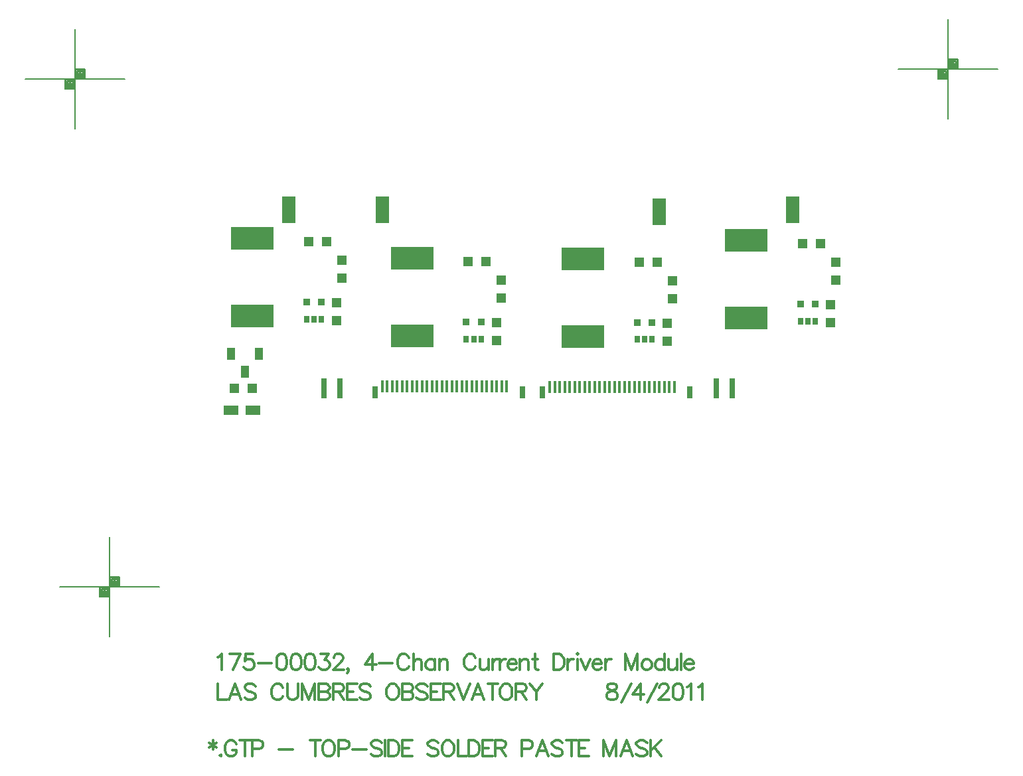
<source format=gtp>
%FSLAX23Y23*%
%MOIN*%
G70*
G01*
G75*
G04 Layer_Color=8421504*
%ADD10R,0.014X0.060*%
%ADD11R,0.030X0.100*%
%ADD12R,0.031X0.060*%
%ADD13R,0.070X0.135*%
%ADD14R,0.050X0.050*%
%ADD15R,0.036X0.036*%
%ADD16R,0.028X0.036*%
%ADD17R,0.078X0.048*%
%ADD18R,0.050X0.050*%
%ADD19R,0.213X0.114*%
%ADD20R,0.039X0.063*%
%ADD21C,0.005*%
%ADD22C,0.010*%
%ADD23C,0.020*%
%ADD24C,0.025*%
%ADD25C,0.050*%
%ADD26C,0.100*%
%ADD27C,0.012*%
%ADD28C,0.008*%
%ADD29C,0.012*%
%ADD30C,0.012*%
%ADD31C,0.020*%
%ADD32C,0.059*%
%ADD33R,0.059X0.059*%
%ADD34C,0.219*%
%ADD35C,0.028*%
%ADD36C,0.024*%
%ADD37C,0.050*%
%ADD38C,0.040*%
%ADD39C,0.075*%
%ADD40C,0.206*%
G04:AMPARAMS|DCode=41|XSize=73mil|YSize=73mil|CornerRadius=0mil|HoleSize=0mil|Usage=FLASHONLY|Rotation=0.000|XOffset=0mil|YOffset=0mil|HoleType=Round|Shape=Relief|Width=10mil|Gap=10mil|Entries=4|*
%AMTHD41*
7,0,0,0.073,0.053,0.010,45*
%
%ADD41THD41*%
G04:AMPARAMS|DCode=42|XSize=70mil|YSize=70mil|CornerRadius=0mil|HoleSize=0mil|Usage=FLASHONLY|Rotation=0.000|XOffset=0mil|YOffset=0mil|HoleType=Round|Shape=Relief|Width=10mil|Gap=10mil|Entries=4|*
%AMTHD42*
7,0,0,0.070,0.050,0.010,45*
%
%ADD42THD42*%
G04:AMPARAMS|DCode=43|XSize=88mil|YSize=88mil|CornerRadius=0mil|HoleSize=0mil|Usage=FLASHONLY|Rotation=0.000|XOffset=0mil|YOffset=0mil|HoleType=Round|Shape=Relief|Width=10mil|Gap=10mil|Entries=4|*
%AMTHD43*
7,0,0,0.088,0.068,0.010,45*
%
%ADD43THD43*%
%ADD44C,0.068*%
%ADD45C,0.053*%
%ADD46O,0.079X0.024*%
%ADD47R,0.063X0.106*%
%ADD48R,0.094X0.130*%
%ADD49R,0.085X0.043*%
%ADD50R,0.085X0.043*%
%ADD51R,0.085X0.138*%
%ADD52R,0.067X0.067*%
%ADD53O,0.028X0.018*%
%ADD54C,0.010*%
%ADD55C,0.006*%
%ADD56C,0.007*%
%ADD57C,0.007*%
%ADD58R,0.320X0.160*%
D10*
X32558Y18603D02*
D03*
X31983D02*
D03*
X32008D02*
D03*
X32033D02*
D03*
X32058D02*
D03*
X32083D02*
D03*
X32108D02*
D03*
X32158D02*
D03*
X32183D02*
D03*
X32208D02*
D03*
X32233D02*
D03*
X32258D02*
D03*
X32283D02*
D03*
X32308D02*
D03*
X32333D02*
D03*
X32358D02*
D03*
X32383D02*
D03*
X32408D02*
D03*
X32433D02*
D03*
X32458D02*
D03*
X32483D02*
D03*
X32508D02*
D03*
X32533D02*
D03*
X32583D02*
D03*
X32608D02*
D03*
X32824Y18602D02*
D03*
X32849D02*
D03*
X32874D02*
D03*
X32899D02*
D03*
X32924D02*
D03*
X32949D02*
D03*
X32974D02*
D03*
X32999D02*
D03*
X33024D02*
D03*
X33049D02*
D03*
X33074D02*
D03*
X33099D02*
D03*
X33124D02*
D03*
X33149D02*
D03*
X33174D02*
D03*
X33199D02*
D03*
X33224D02*
D03*
X33249D02*
D03*
X33274D02*
D03*
X33299D02*
D03*
X33324D02*
D03*
X33349D02*
D03*
X33374D02*
D03*
X33399D02*
D03*
X33424D02*
D03*
X33449D02*
D03*
X32133Y18603D02*
D03*
D11*
X31691Y18593D02*
D03*
X31770D02*
D03*
X33740Y18593D02*
D03*
X33661D02*
D03*
D12*
X33526Y18575D02*
D03*
X32786D02*
D03*
X31946D02*
D03*
X32686D02*
D03*
D13*
X34042Y19491D02*
D03*
X33372Y19481D02*
D03*
X31982Y19491D02*
D03*
X31512D02*
D03*
D14*
X31329Y18593D02*
D03*
X31239D02*
D03*
X31613Y19330D02*
D03*
X31703D02*
D03*
X32414Y19229D02*
D03*
X32504D02*
D03*
X33273Y19228D02*
D03*
X33363D02*
D03*
X34093Y19320D02*
D03*
X34183D02*
D03*
D15*
X34158Y19017D02*
D03*
X34084D02*
D03*
X33338Y18925D02*
D03*
X33264D02*
D03*
X32479Y18926D02*
D03*
X32405D02*
D03*
X31678Y19027D02*
D03*
X31604D02*
D03*
D16*
X34121Y18931D02*
D03*
X34158D02*
D03*
X34084D02*
D03*
X33301Y18839D02*
D03*
X33338D02*
D03*
X33264D02*
D03*
X32442Y18840D02*
D03*
X32479D02*
D03*
X32405D02*
D03*
X31641Y18941D02*
D03*
X31678D02*
D03*
X31604D02*
D03*
D17*
X31224Y18485D02*
D03*
X31334D02*
D03*
D18*
X31780Y19147D02*
D03*
Y19237D02*
D03*
X32581Y19046D02*
D03*
Y19136D02*
D03*
X33440Y19045D02*
D03*
Y19135D02*
D03*
X34260Y19137D02*
D03*
Y19227D02*
D03*
X31755Y19024D02*
D03*
Y18934D02*
D03*
X32556Y18923D02*
D03*
Y18833D02*
D03*
X33415Y18922D02*
D03*
Y18832D02*
D03*
X34235Y19014D02*
D03*
Y18924D02*
D03*
D19*
X31331Y19347D02*
D03*
Y18957D02*
D03*
X32132Y19246D02*
D03*
Y18856D02*
D03*
X32991Y19245D02*
D03*
Y18855D02*
D03*
X33811Y19337D02*
D03*
Y18947D02*
D03*
D20*
X31224Y18766D02*
D03*
X31293Y18676D02*
D03*
X31362Y18766D02*
D03*
D28*
X34575Y20198D02*
X35075D01*
X34825Y19948D02*
Y20448D01*
X34875Y20198D02*
Y20248D01*
X34825D02*
X34875D01*
X34775Y20148D02*
Y20198D01*
Y20148D02*
X34825D01*
X34780Y20193D02*
X34820D01*
X34780Y20153D02*
Y20193D01*
Y20153D02*
X34820D01*
Y20193D01*
X34785Y20188D02*
X34815D01*
X34785Y20158D02*
Y20188D01*
Y20158D02*
X34815D01*
Y20183D01*
X34790D02*
X34810D01*
X34790Y20163D02*
Y20183D01*
Y20163D02*
X34810D01*
Y20178D01*
X34795D02*
X34805D01*
X34795Y20168D02*
Y20178D01*
Y20168D02*
X34805D01*
Y20178D01*
X34795Y20173D02*
X34805D01*
X34830Y20243D02*
X34870D01*
X34830Y20203D02*
Y20243D01*
Y20203D02*
X34870D01*
Y20243D01*
X34835Y20238D02*
X34865D01*
X34835Y20208D02*
Y20238D01*
Y20208D02*
X34865D01*
Y20233D01*
X34840D02*
X34860D01*
X34840Y20213D02*
Y20233D01*
Y20213D02*
X34860D01*
Y20228D01*
X34845D02*
X34855D01*
X34845Y20218D02*
Y20228D01*
Y20218D02*
X34855D01*
Y20228D01*
X34845Y20223D02*
X34855D01*
X30190Y20148D02*
X30690D01*
X30440Y19898D02*
Y20398D01*
X30490Y20148D02*
Y20198D01*
X30440D02*
X30490D01*
X30390Y20098D02*
Y20148D01*
Y20098D02*
X30440D01*
X30395Y20143D02*
X30435D01*
X30395Y20103D02*
Y20143D01*
Y20103D02*
X30435D01*
Y20143D01*
X30400Y20138D02*
X30430D01*
X30400Y20108D02*
Y20138D01*
Y20108D02*
X30430D01*
Y20133D01*
X30405D02*
X30425D01*
X30405Y20113D02*
Y20133D01*
Y20113D02*
X30425D01*
Y20128D01*
X30410D02*
X30420D01*
X30410Y20118D02*
Y20128D01*
Y20118D02*
X30420D01*
Y20128D01*
X30410Y20123D02*
X30420D01*
X30445Y20193D02*
X30485D01*
X30445Y20153D02*
Y20193D01*
Y20153D02*
X30485D01*
Y20193D01*
X30450Y20188D02*
X30480D01*
X30450Y20158D02*
Y20188D01*
Y20158D02*
X30480D01*
Y20183D01*
X30455D02*
X30475D01*
X30455Y20163D02*
Y20183D01*
Y20163D02*
X30475D01*
Y20178D01*
X30460D02*
X30470D01*
X30460Y20168D02*
Y20178D01*
Y20168D02*
X30470D01*
Y20178D01*
X30460Y20173D02*
X30470D01*
X30363Y17598D02*
X30863D01*
X30613Y17348D02*
Y17848D01*
X30663Y17598D02*
Y17648D01*
X30613D02*
X30663D01*
X30563Y17548D02*
Y17598D01*
Y17548D02*
X30613D01*
X30568Y17593D02*
X30608D01*
X30568Y17553D02*
Y17593D01*
Y17553D02*
X30608D01*
Y17593D01*
X30573Y17588D02*
X30603D01*
X30573Y17558D02*
Y17588D01*
Y17558D02*
X30603D01*
Y17583D01*
X30578D02*
X30598D01*
X30578Y17563D02*
Y17583D01*
Y17563D02*
X30598D01*
Y17578D01*
X30583D02*
X30593D01*
X30583Y17568D02*
Y17578D01*
Y17568D02*
X30593D01*
Y17578D01*
X30583Y17573D02*
X30593D01*
X30618Y17643D02*
X30658D01*
X30618Y17603D02*
Y17643D01*
Y17603D02*
X30658D01*
Y17643D01*
X30623Y17638D02*
X30653D01*
X30623Y17608D02*
Y17638D01*
Y17608D02*
X30653D01*
Y17633D01*
X30628D02*
X30648D01*
X30628Y17613D02*
Y17633D01*
Y17613D02*
X30648D01*
Y17628D01*
X30633D02*
X30643D01*
X30633Y17618D02*
Y17628D01*
Y17618D02*
X30643D01*
Y17628D01*
X30633Y17623D02*
X30643D01*
D29*
X31132Y16826D02*
Y16781D01*
X31113Y16815D02*
X31151Y16792D01*
Y16815D02*
X31113Y16792D01*
X31172Y16754D02*
X31168Y16750D01*
X31172Y16746D01*
X31175Y16750D01*
X31172Y16754D01*
X31250Y16807D02*
X31246Y16815D01*
X31239Y16822D01*
X31231Y16826D01*
X31216D01*
X31208Y16822D01*
X31200Y16815D01*
X31197Y16807D01*
X31193Y16796D01*
Y16777D01*
X31197Y16765D01*
X31200Y16758D01*
X31208Y16750D01*
X31216Y16746D01*
X31231D01*
X31239Y16750D01*
X31246Y16758D01*
X31250Y16765D01*
Y16777D01*
X31231D02*
X31250D01*
X31295Y16826D02*
Y16746D01*
X31268Y16826D02*
X31322D01*
X31331Y16784D02*
X31365D01*
X31377Y16788D01*
X31381Y16792D01*
X31384Y16800D01*
Y16811D01*
X31381Y16819D01*
X31377Y16822D01*
X31365Y16826D01*
X31331D01*
Y16746D01*
X31465Y16781D02*
X31534D01*
X31647Y16826D02*
Y16746D01*
X31620Y16826D02*
X31674D01*
X31706D02*
X31698Y16822D01*
X31691Y16815D01*
X31687Y16807D01*
X31683Y16796D01*
Y16777D01*
X31687Y16765D01*
X31691Y16758D01*
X31698Y16750D01*
X31706Y16746D01*
X31721D01*
X31729Y16750D01*
X31736Y16758D01*
X31740Y16765D01*
X31744Y16777D01*
Y16796D01*
X31740Y16807D01*
X31736Y16815D01*
X31729Y16822D01*
X31721Y16826D01*
X31706D01*
X31763Y16784D02*
X31797D01*
X31808Y16788D01*
X31812Y16792D01*
X31816Y16800D01*
Y16811D01*
X31812Y16819D01*
X31808Y16822D01*
X31797Y16826D01*
X31763D01*
Y16746D01*
X31834Y16781D02*
X31902D01*
X31979Y16815D02*
X31972Y16822D01*
X31960Y16826D01*
X31945D01*
X31934Y16822D01*
X31926Y16815D01*
Y16807D01*
X31930Y16800D01*
X31934Y16796D01*
X31941Y16792D01*
X31964Y16784D01*
X31972Y16781D01*
X31976Y16777D01*
X31979Y16769D01*
Y16758D01*
X31972Y16750D01*
X31960Y16746D01*
X31945D01*
X31934Y16750D01*
X31926Y16758D01*
X31997Y16826D02*
Y16746D01*
X32014Y16826D02*
Y16746D01*
Y16826D02*
X32041D01*
X32052Y16822D01*
X32060Y16815D01*
X32064Y16807D01*
X32067Y16796D01*
Y16777D01*
X32064Y16765D01*
X32060Y16758D01*
X32052Y16750D01*
X32041Y16746D01*
X32014D01*
X32135Y16826D02*
X32085D01*
Y16746D01*
X32135D01*
X32085Y16788D02*
X32116D01*
X32264Y16815D02*
X32257Y16822D01*
X32245Y16826D01*
X32230D01*
X32219Y16822D01*
X32211Y16815D01*
Y16807D01*
X32215Y16800D01*
X32219Y16796D01*
X32226Y16792D01*
X32249Y16784D01*
X32257Y16781D01*
X32260Y16777D01*
X32264Y16769D01*
Y16758D01*
X32257Y16750D01*
X32245Y16746D01*
X32230D01*
X32219Y16750D01*
X32211Y16758D01*
X32305Y16826D02*
X32297Y16822D01*
X32290Y16815D01*
X32286Y16807D01*
X32282Y16796D01*
Y16777D01*
X32286Y16765D01*
X32290Y16758D01*
X32297Y16750D01*
X32305Y16746D01*
X32320D01*
X32328Y16750D01*
X32335Y16758D01*
X32339Y16765D01*
X32343Y16777D01*
Y16796D01*
X32339Y16807D01*
X32335Y16815D01*
X32328Y16822D01*
X32320Y16826D01*
X32305D01*
X32362D02*
Y16746D01*
X32407D01*
X32416Y16826D02*
Y16746D01*
Y16826D02*
X32443D01*
X32454Y16822D01*
X32462Y16815D01*
X32466Y16807D01*
X32470Y16796D01*
Y16777D01*
X32466Y16765D01*
X32462Y16758D01*
X32454Y16750D01*
X32443Y16746D01*
X32416D01*
X32537Y16826D02*
X32487D01*
Y16746D01*
X32537D01*
X32487Y16788D02*
X32518D01*
X32550Y16826D02*
Y16746D01*
Y16826D02*
X32585D01*
X32596Y16822D01*
X32600Y16819D01*
X32604Y16811D01*
Y16803D01*
X32600Y16796D01*
X32596Y16792D01*
X32585Y16788D01*
X32550D01*
X32577D02*
X32604Y16746D01*
X32684Y16784D02*
X32719D01*
X32730Y16788D01*
X32734Y16792D01*
X32738Y16800D01*
Y16811D01*
X32734Y16819D01*
X32730Y16822D01*
X32719Y16826D01*
X32684D01*
Y16746D01*
X32817D02*
X32786Y16826D01*
X32756Y16746D01*
X32767Y16773D02*
X32805D01*
X32888Y16815D02*
X32881Y16822D01*
X32869Y16826D01*
X32854D01*
X32843Y16822D01*
X32835Y16815D01*
Y16807D01*
X32839Y16800D01*
X32843Y16796D01*
X32850Y16792D01*
X32873Y16784D01*
X32881Y16781D01*
X32885Y16777D01*
X32888Y16769D01*
Y16758D01*
X32881Y16750D01*
X32869Y16746D01*
X32854D01*
X32843Y16750D01*
X32835Y16758D01*
X32933Y16826D02*
Y16746D01*
X32906Y16826D02*
X32960D01*
X33019D02*
X32969D01*
Y16746D01*
X33019D01*
X32969Y16788D02*
X33000D01*
X33095Y16826D02*
Y16746D01*
Y16826D02*
X33125Y16746D01*
X33156Y16826D02*
X33125Y16746D01*
X33156Y16826D02*
Y16746D01*
X33240D02*
X33209Y16826D01*
X33179Y16746D01*
X33190Y16773D02*
X33228D01*
X33312Y16815D02*
X33304Y16822D01*
X33293Y16826D01*
X33277D01*
X33266Y16822D01*
X33258Y16815D01*
Y16807D01*
X33262Y16800D01*
X33266Y16796D01*
X33274Y16792D01*
X33296Y16784D01*
X33304Y16781D01*
X33308Y16777D01*
X33312Y16769D01*
Y16758D01*
X33304Y16750D01*
X33293Y16746D01*
X33277D01*
X33266Y16750D01*
X33258Y16758D01*
X33330Y16826D02*
Y16746D01*
X33383Y16826D02*
X33330Y16773D01*
X33349Y16792D02*
X33383Y16746D01*
X31158Y17244D02*
X31166Y17248D01*
X31177Y17259D01*
Y17179D01*
X31270Y17259D02*
X31232Y17179D01*
X31217Y17259D02*
X31270D01*
X31334D02*
X31296D01*
X31292Y17225D01*
X31296Y17229D01*
X31307Y17233D01*
X31319D01*
X31330Y17229D01*
X31338Y17221D01*
X31341Y17210D01*
Y17202D01*
X31338Y17191D01*
X31330Y17183D01*
X31319Y17179D01*
X31307D01*
X31296Y17183D01*
X31292Y17187D01*
X31288Y17195D01*
X31359Y17214D02*
X31428D01*
X31474Y17259D02*
X31463Y17256D01*
X31455Y17244D01*
X31452Y17225D01*
Y17214D01*
X31455Y17195D01*
X31463Y17183D01*
X31474Y17179D01*
X31482D01*
X31493Y17183D01*
X31501Y17195D01*
X31505Y17214D01*
Y17225D01*
X31501Y17244D01*
X31493Y17256D01*
X31482Y17259D01*
X31474D01*
X31546D02*
X31534Y17256D01*
X31527Y17244D01*
X31523Y17225D01*
Y17214D01*
X31527Y17195D01*
X31534Y17183D01*
X31546Y17179D01*
X31553D01*
X31565Y17183D01*
X31572Y17195D01*
X31576Y17214D01*
Y17225D01*
X31572Y17244D01*
X31565Y17256D01*
X31553Y17259D01*
X31546D01*
X31617D02*
X31605Y17256D01*
X31598Y17244D01*
X31594Y17225D01*
Y17214D01*
X31598Y17195D01*
X31605Y17183D01*
X31617Y17179D01*
X31624D01*
X31636Y17183D01*
X31644Y17195D01*
X31647Y17214D01*
Y17225D01*
X31644Y17244D01*
X31636Y17256D01*
X31624Y17259D01*
X31617D01*
X31673D02*
X31715D01*
X31692Y17229D01*
X31703D01*
X31711Y17225D01*
X31715Y17221D01*
X31719Y17210D01*
Y17202D01*
X31715Y17191D01*
X31707Y17183D01*
X31696Y17179D01*
X31684D01*
X31673Y17183D01*
X31669Y17187D01*
X31665Y17195D01*
X31740Y17240D02*
Y17244D01*
X31744Y17252D01*
X31748Y17256D01*
X31755Y17259D01*
X31771D01*
X31778Y17256D01*
X31782Y17252D01*
X31786Y17244D01*
Y17237D01*
X31782Y17229D01*
X31775Y17217D01*
X31736Y17179D01*
X31790D01*
X31815Y17183D02*
X31811Y17179D01*
X31808Y17183D01*
X31811Y17187D01*
X31815Y17183D01*
Y17176D01*
X31811Y17168D01*
X31808Y17164D01*
X31934Y17259D02*
X31896Y17206D01*
X31953D01*
X31934Y17259D02*
Y17179D01*
X31967Y17214D02*
X32035D01*
X32116Y17240D02*
X32112Y17248D01*
X32105Y17256D01*
X32097Y17259D01*
X32082D01*
X32074Y17256D01*
X32067Y17248D01*
X32063Y17240D01*
X32059Y17229D01*
Y17210D01*
X32063Y17198D01*
X32067Y17191D01*
X32074Y17183D01*
X32082Y17179D01*
X32097D01*
X32105Y17183D01*
X32112Y17191D01*
X32116Y17198D01*
X32139Y17259D02*
Y17179D01*
Y17217D02*
X32150Y17229D01*
X32158Y17233D01*
X32169D01*
X32177Y17229D01*
X32181Y17217D01*
Y17179D01*
X32247Y17233D02*
Y17179D01*
Y17221D02*
X32240Y17229D01*
X32232Y17233D01*
X32221D01*
X32213Y17229D01*
X32205Y17221D01*
X32201Y17210D01*
Y17202D01*
X32205Y17191D01*
X32213Y17183D01*
X32221Y17179D01*
X32232D01*
X32240Y17183D01*
X32247Y17191D01*
X32269Y17233D02*
Y17179D01*
Y17217D02*
X32280Y17229D01*
X32288Y17233D01*
X32299D01*
X32307Y17229D01*
X32310Y17217D01*
Y17179D01*
X32451Y17240D02*
X32448Y17248D01*
X32440Y17256D01*
X32432Y17259D01*
X32417D01*
X32409Y17256D01*
X32402Y17248D01*
X32398Y17240D01*
X32394Y17229D01*
Y17210D01*
X32398Y17198D01*
X32402Y17191D01*
X32409Y17183D01*
X32417Y17179D01*
X32432D01*
X32440Y17183D01*
X32448Y17191D01*
X32451Y17198D01*
X32474Y17233D02*
Y17195D01*
X32478Y17183D01*
X32485Y17179D01*
X32497D01*
X32504Y17183D01*
X32516Y17195D01*
Y17233D02*
Y17179D01*
X32537Y17233D02*
Y17179D01*
Y17210D02*
X32540Y17221D01*
X32548Y17229D01*
X32556Y17233D01*
X32567D01*
X32574D02*
Y17179D01*
Y17210D02*
X32578Y17221D01*
X32586Y17229D01*
X32593Y17233D01*
X32605D01*
X32612Y17210D02*
X32658D01*
Y17217D01*
X32654Y17225D01*
X32650Y17229D01*
X32643Y17233D01*
X32631D01*
X32624Y17229D01*
X32616Y17221D01*
X32612Y17210D01*
Y17202D01*
X32616Y17191D01*
X32624Y17183D01*
X32631Y17179D01*
X32643D01*
X32650Y17183D01*
X32658Y17191D01*
X32675Y17233D02*
Y17179D01*
Y17217D02*
X32686Y17229D01*
X32694Y17233D01*
X32705D01*
X32713Y17229D01*
X32717Y17217D01*
Y17179D01*
X32749Y17259D02*
Y17195D01*
X32753Y17183D01*
X32761Y17179D01*
X32768D01*
X32738Y17233D02*
X32764D01*
X32843Y17259D02*
Y17179D01*
Y17259D02*
X32869D01*
X32881Y17256D01*
X32888Y17248D01*
X32892Y17240D01*
X32896Y17229D01*
Y17210D01*
X32892Y17198D01*
X32888Y17191D01*
X32881Y17183D01*
X32869Y17179D01*
X32843D01*
X32914Y17233D02*
Y17179D01*
Y17210D02*
X32918Y17221D01*
X32925Y17229D01*
X32933Y17233D01*
X32944D01*
X32959Y17259D02*
X32963Y17256D01*
X32967Y17259D01*
X32963Y17263D01*
X32959Y17259D01*
X32963Y17233D02*
Y17179D01*
X32981Y17233D02*
X33004Y17179D01*
X33026Y17233D02*
X33004Y17179D01*
X33039Y17210D02*
X33085D01*
Y17217D01*
X33081Y17225D01*
X33077Y17229D01*
X33070Y17233D01*
X33058D01*
X33051Y17229D01*
X33043Y17221D01*
X33039Y17210D01*
Y17202D01*
X33043Y17191D01*
X33051Y17183D01*
X33058Y17179D01*
X33070D01*
X33077Y17183D01*
X33085Y17191D01*
X33102Y17233D02*
Y17179D01*
Y17210D02*
X33106Y17221D01*
X33114Y17229D01*
X33121Y17233D01*
X33133D01*
X33203Y17259D02*
Y17179D01*
Y17259D02*
X33233Y17179D01*
X33264Y17259D02*
X33233Y17179D01*
X33264Y17259D02*
Y17179D01*
X33306Y17233D02*
X33298Y17229D01*
X33290Y17221D01*
X33287Y17210D01*
Y17202D01*
X33290Y17191D01*
X33298Y17183D01*
X33306Y17179D01*
X33317D01*
X33325Y17183D01*
X33332Y17191D01*
X33336Y17202D01*
Y17210D01*
X33332Y17221D01*
X33325Y17229D01*
X33317Y17233D01*
X33306D01*
X33399Y17259D02*
Y17179D01*
Y17221D02*
X33392Y17229D01*
X33384Y17233D01*
X33373D01*
X33365Y17229D01*
X33357Y17221D01*
X33354Y17210D01*
Y17202D01*
X33357Y17191D01*
X33365Y17183D01*
X33373Y17179D01*
X33384D01*
X33392Y17183D01*
X33399Y17191D01*
X33421Y17233D02*
Y17195D01*
X33424Y17183D01*
X33432Y17179D01*
X33444D01*
X33451Y17183D01*
X33463Y17195D01*
Y17233D02*
Y17179D01*
X33484Y17259D02*
Y17179D01*
X33500Y17210D02*
X33546D01*
Y17217D01*
X33542Y17225D01*
X33538Y17229D01*
X33531Y17233D01*
X33519D01*
X33512Y17229D01*
X33504Y17221D01*
X33500Y17210D01*
Y17202D01*
X33504Y17191D01*
X33512Y17183D01*
X33519Y17179D01*
X33531D01*
X33538Y17183D01*
X33546Y17191D01*
D30*
X31158Y17109D02*
Y17029D01*
X31204D01*
X31274D02*
X31243Y17109D01*
X31213Y17029D01*
X31224Y17056D02*
X31262D01*
X31346Y17098D02*
X31338Y17106D01*
X31327Y17109D01*
X31311D01*
X31300Y17106D01*
X31292Y17098D01*
Y17090D01*
X31296Y17083D01*
X31300Y17079D01*
X31308Y17075D01*
X31330Y17067D01*
X31338Y17064D01*
X31342Y17060D01*
X31346Y17052D01*
Y17041D01*
X31338Y17033D01*
X31327Y17029D01*
X31311D01*
X31300Y17033D01*
X31292Y17041D01*
X31484Y17090D02*
X31480Y17098D01*
X31472Y17106D01*
X31465Y17109D01*
X31449D01*
X31442Y17106D01*
X31434Y17098D01*
X31430Y17090D01*
X31426Y17079D01*
Y17060D01*
X31430Y17048D01*
X31434Y17041D01*
X31442Y17033D01*
X31449Y17029D01*
X31465D01*
X31472Y17033D01*
X31480Y17041D01*
X31484Y17048D01*
X31506Y17109D02*
Y17052D01*
X31510Y17041D01*
X31517Y17033D01*
X31529Y17029D01*
X31536D01*
X31548Y17033D01*
X31556Y17041D01*
X31559Y17052D01*
Y17109D01*
X31581D02*
Y17029D01*
Y17109D02*
X31612Y17029D01*
X31642Y17109D02*
X31612Y17029D01*
X31642Y17109D02*
Y17029D01*
X31665Y17109D02*
Y17029D01*
Y17109D02*
X31700D01*
X31711Y17106D01*
X31715Y17102D01*
X31719Y17094D01*
Y17086D01*
X31715Y17079D01*
X31711Y17075D01*
X31700Y17071D01*
X31665D02*
X31700D01*
X31711Y17067D01*
X31715Y17064D01*
X31719Y17056D01*
Y17045D01*
X31715Y17037D01*
X31711Y17033D01*
X31700Y17029D01*
X31665D01*
X31736Y17109D02*
Y17029D01*
Y17109D02*
X31771D01*
X31782Y17106D01*
X31786Y17102D01*
X31790Y17094D01*
Y17086D01*
X31786Y17079D01*
X31782Y17075D01*
X31771Y17071D01*
X31736D01*
X31763D02*
X31790Y17029D01*
X31857Y17109D02*
X31808D01*
Y17029D01*
X31857D01*
X31808Y17071D02*
X31838D01*
X31924Y17098D02*
X31916Y17106D01*
X31905Y17109D01*
X31890D01*
X31878Y17106D01*
X31871Y17098D01*
Y17090D01*
X31874Y17083D01*
X31878Y17079D01*
X31886Y17075D01*
X31909Y17067D01*
X31916Y17064D01*
X31920Y17060D01*
X31924Y17052D01*
Y17041D01*
X31916Y17033D01*
X31905Y17029D01*
X31890D01*
X31878Y17033D01*
X31871Y17041D01*
X32027Y17109D02*
X32020Y17106D01*
X32012Y17098D01*
X32008Y17090D01*
X32005Y17079D01*
Y17060D01*
X32008Y17048D01*
X32012Y17041D01*
X32020Y17033D01*
X32027Y17029D01*
X32043D01*
X32050Y17033D01*
X32058Y17041D01*
X32062Y17048D01*
X32066Y17060D01*
Y17079D01*
X32062Y17090D01*
X32058Y17098D01*
X32050Y17106D01*
X32043Y17109D01*
X32027D01*
X32084D02*
Y17029D01*
Y17109D02*
X32118D01*
X32130Y17106D01*
X32134Y17102D01*
X32138Y17094D01*
Y17086D01*
X32134Y17079D01*
X32130Y17075D01*
X32118Y17071D01*
X32084D02*
X32118D01*
X32130Y17067D01*
X32134Y17064D01*
X32138Y17056D01*
Y17045D01*
X32134Y17037D01*
X32130Y17033D01*
X32118Y17029D01*
X32084D01*
X32209Y17098D02*
X32201Y17106D01*
X32190Y17109D01*
X32174D01*
X32163Y17106D01*
X32155Y17098D01*
Y17090D01*
X32159Y17083D01*
X32163Y17079D01*
X32171Y17075D01*
X32193Y17067D01*
X32201Y17064D01*
X32205Y17060D01*
X32209Y17052D01*
Y17041D01*
X32201Y17033D01*
X32190Y17029D01*
X32174D01*
X32163Y17033D01*
X32155Y17041D01*
X32276Y17109D02*
X32227D01*
Y17029D01*
X32276D01*
X32227Y17071D02*
X32257D01*
X32289Y17109D02*
Y17029D01*
Y17109D02*
X32324D01*
X32335Y17106D01*
X32339Y17102D01*
X32343Y17094D01*
Y17086D01*
X32339Y17079D01*
X32335Y17075D01*
X32324Y17071D01*
X32289D01*
X32316D02*
X32343Y17029D01*
X32361Y17109D02*
X32391Y17029D01*
X32422Y17109D02*
X32391Y17029D01*
X32493D02*
X32462Y17109D01*
X32432Y17029D01*
X32443Y17056D02*
X32481D01*
X32538Y17109D02*
Y17029D01*
X32512Y17109D02*
X32565D01*
X32597D02*
X32590Y17106D01*
X32582Y17098D01*
X32578Y17090D01*
X32574Y17079D01*
Y17060D01*
X32578Y17048D01*
X32582Y17041D01*
X32590Y17033D01*
X32597Y17029D01*
X32612D01*
X32620Y17033D01*
X32628Y17041D01*
X32632Y17048D01*
X32635Y17060D01*
Y17079D01*
X32632Y17090D01*
X32628Y17098D01*
X32620Y17106D01*
X32612Y17109D01*
X32597D01*
X32654D02*
Y17029D01*
Y17109D02*
X32688D01*
X32700Y17106D01*
X32703Y17102D01*
X32707Y17094D01*
Y17086D01*
X32703Y17079D01*
X32700Y17075D01*
X32688Y17071D01*
X32654D01*
X32681D02*
X32707Y17029D01*
X32725Y17109D02*
X32756Y17071D01*
Y17029D01*
X32786Y17109D02*
X32756Y17071D01*
X33130Y17109D02*
X33118Y17106D01*
X33114Y17098D01*
Y17090D01*
X33118Y17083D01*
X33126Y17079D01*
X33141Y17075D01*
X33153Y17071D01*
X33160Y17064D01*
X33164Y17056D01*
Y17045D01*
X33160Y17037D01*
X33156Y17033D01*
X33145Y17029D01*
X33130D01*
X33118Y17033D01*
X33114Y17037D01*
X33111Y17045D01*
Y17056D01*
X33114Y17064D01*
X33122Y17071D01*
X33133Y17075D01*
X33149Y17079D01*
X33156Y17083D01*
X33160Y17090D01*
Y17098D01*
X33156Y17106D01*
X33145Y17109D01*
X33130D01*
X33182Y17018D02*
X33235Y17109D01*
X33279D02*
X33241Y17056D01*
X33298D01*
X33279Y17109D02*
Y17029D01*
X33312Y17018D02*
X33365Y17109D01*
X33374Y17090D02*
Y17094D01*
X33378Y17102D01*
X33382Y17106D01*
X33389Y17109D01*
X33405D01*
X33412Y17106D01*
X33416Y17102D01*
X33420Y17094D01*
Y17086D01*
X33416Y17079D01*
X33408Y17067D01*
X33370Y17029D01*
X33424D01*
X33464Y17109D02*
X33453Y17106D01*
X33445Y17094D01*
X33442Y17075D01*
Y17064D01*
X33445Y17045D01*
X33453Y17033D01*
X33464Y17029D01*
X33472D01*
X33484Y17033D01*
X33491Y17045D01*
X33495Y17064D01*
Y17075D01*
X33491Y17094D01*
X33484Y17106D01*
X33472Y17109D01*
X33464D01*
X33513Y17094D02*
X33520Y17098D01*
X33532Y17109D01*
Y17029D01*
X33571Y17094D02*
X33579Y17098D01*
X33591Y17109D01*
Y17029D01*
M02*

</source>
